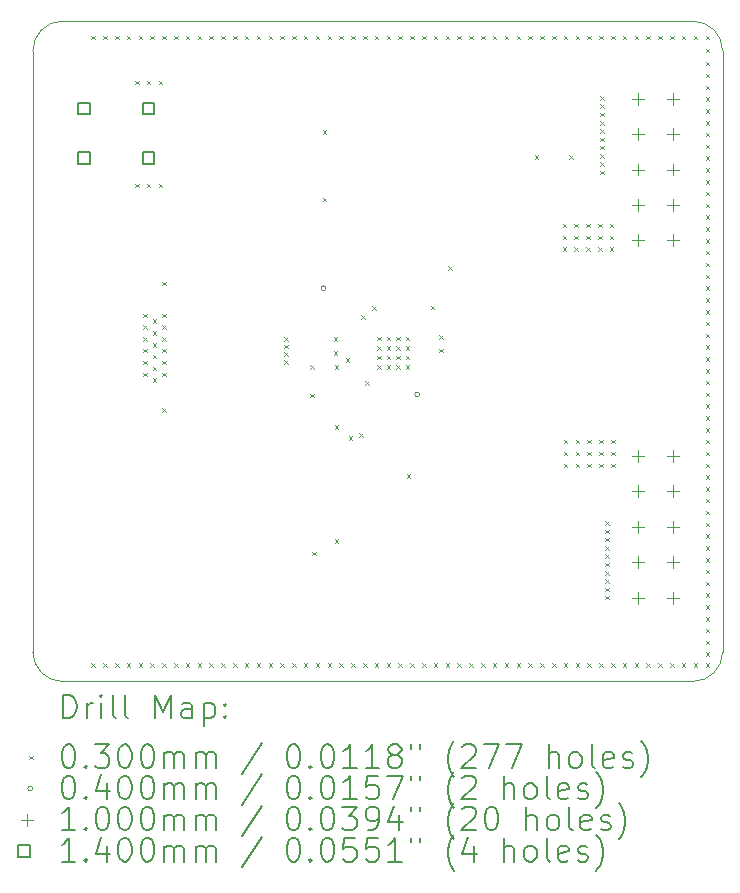
<source format=gbr>
%FSLAX45Y45*%
G04 Gerber Fmt 4.5, Leading zero omitted, Abs format (unit mm)*
G04 Created by KiCad (PCBNEW (6.0.0)) date 2022-01-13 15:03:01*
%MOMM*%
%LPD*%
G01*
G04 APERTURE LIST*
%TA.AperFunction,Profile*%
%ADD10C,0.050000*%
%TD*%
%ADD11C,0.200000*%
%ADD12C,0.030000*%
%ADD13C,0.040000*%
%ADD14C,0.100000*%
%ADD15C,0.140000*%
G04 APERTURE END LIST*
D10*
X11230000Y-11270000D02*
X11230000Y-6180000D01*
X11480000Y-5930000D02*
G75*
G03*
X11230000Y-6180000I0J-250000D01*
G01*
X17070000Y-6180000D02*
G75*
G03*
X16820000Y-5930000I-250000J0D01*
G01*
X16820000Y-11520000D02*
G75*
G03*
X17070000Y-11270000I0J250000D01*
G01*
X11230000Y-11270000D02*
G75*
G03*
X11480000Y-11520000I250000J0D01*
G01*
X11480000Y-5930000D02*
X16820000Y-5930000D01*
X16820000Y-11520000D02*
X11480000Y-11520000D01*
X17070000Y-6180000D02*
X17070000Y-11270000D01*
D11*
D12*
X11725000Y-6055000D02*
X11755000Y-6085000D01*
X11755000Y-6055000D02*
X11725000Y-6085000D01*
X11725000Y-11365000D02*
X11755000Y-11395000D01*
X11755000Y-11365000D02*
X11725000Y-11395000D01*
X11825000Y-6055000D02*
X11855000Y-6085000D01*
X11855000Y-6055000D02*
X11825000Y-6085000D01*
X11825000Y-11365000D02*
X11855000Y-11395000D01*
X11855000Y-11365000D02*
X11825000Y-11395000D01*
X11925000Y-6055000D02*
X11955000Y-6085000D01*
X11955000Y-6055000D02*
X11925000Y-6085000D01*
X11925000Y-11365000D02*
X11955000Y-11395000D01*
X11955000Y-11365000D02*
X11925000Y-11395000D01*
X12025000Y-6055000D02*
X12055000Y-6085000D01*
X12055000Y-6055000D02*
X12025000Y-6085000D01*
X12025000Y-11365000D02*
X12055000Y-11395000D01*
X12055000Y-11365000D02*
X12025000Y-11395000D01*
X12095000Y-6435000D02*
X12125000Y-6465000D01*
X12125000Y-6435000D02*
X12095000Y-6465000D01*
X12095000Y-7305000D02*
X12125000Y-7335000D01*
X12125000Y-7305000D02*
X12095000Y-7335000D01*
X12125000Y-6055000D02*
X12155000Y-6085000D01*
X12155000Y-6055000D02*
X12125000Y-6085000D01*
X12125000Y-11365000D02*
X12155000Y-11395000D01*
X12155000Y-11365000D02*
X12125000Y-11395000D01*
X12165000Y-8405000D02*
X12195000Y-8435000D01*
X12195000Y-8405000D02*
X12165000Y-8435000D01*
X12165000Y-8505000D02*
X12195000Y-8535000D01*
X12195000Y-8505000D02*
X12165000Y-8535000D01*
X12165000Y-8605000D02*
X12195000Y-8635000D01*
X12195000Y-8605000D02*
X12165000Y-8635000D01*
X12165000Y-8705000D02*
X12195000Y-8735000D01*
X12195000Y-8705000D02*
X12165000Y-8735000D01*
X12165000Y-8805000D02*
X12195000Y-8835000D01*
X12195000Y-8805000D02*
X12165000Y-8835000D01*
X12165000Y-8905000D02*
X12195000Y-8935000D01*
X12195000Y-8905000D02*
X12165000Y-8935000D01*
X12195000Y-6435000D02*
X12225000Y-6465000D01*
X12225000Y-6435000D02*
X12195000Y-6465000D01*
X12195000Y-7305000D02*
X12225000Y-7335000D01*
X12225000Y-7305000D02*
X12195000Y-7335000D01*
X12225000Y-6055000D02*
X12255000Y-6085000D01*
X12255000Y-6055000D02*
X12225000Y-6085000D01*
X12225000Y-11365000D02*
X12255000Y-11395000D01*
X12255000Y-11365000D02*
X12225000Y-11395000D01*
X12245000Y-8455000D02*
X12275000Y-8485000D01*
X12275000Y-8455000D02*
X12245000Y-8485000D01*
X12245000Y-8555000D02*
X12275000Y-8585000D01*
X12275000Y-8555000D02*
X12245000Y-8585000D01*
X12245000Y-8655000D02*
X12275000Y-8685000D01*
X12275000Y-8655000D02*
X12245000Y-8685000D01*
X12245000Y-8755000D02*
X12275000Y-8785000D01*
X12275000Y-8755000D02*
X12245000Y-8785000D01*
X12245000Y-8855000D02*
X12275000Y-8885000D01*
X12275000Y-8855000D02*
X12245000Y-8885000D01*
X12245000Y-8955000D02*
X12275000Y-8985000D01*
X12275000Y-8955000D02*
X12245000Y-8985000D01*
X12295000Y-6435000D02*
X12325000Y-6465000D01*
X12325000Y-6435000D02*
X12295000Y-6465000D01*
X12295000Y-7305000D02*
X12325000Y-7335000D01*
X12325000Y-7305000D02*
X12295000Y-7335000D01*
X12325000Y-6055000D02*
X12355000Y-6085000D01*
X12355000Y-6055000D02*
X12325000Y-6085000D01*
X12325000Y-8135000D02*
X12355000Y-8165000D01*
X12355000Y-8135000D02*
X12325000Y-8165000D01*
X12325000Y-8405000D02*
X12355000Y-8435000D01*
X12355000Y-8405000D02*
X12325000Y-8435000D01*
X12325000Y-8505000D02*
X12355000Y-8535000D01*
X12355000Y-8505000D02*
X12325000Y-8535000D01*
X12325000Y-8605000D02*
X12355000Y-8635000D01*
X12355000Y-8605000D02*
X12325000Y-8635000D01*
X12325000Y-8705000D02*
X12355000Y-8735000D01*
X12355000Y-8705000D02*
X12325000Y-8735000D01*
X12325000Y-8805000D02*
X12355000Y-8835000D01*
X12355000Y-8805000D02*
X12325000Y-8835000D01*
X12325000Y-8905000D02*
X12355000Y-8935000D01*
X12355000Y-8905000D02*
X12325000Y-8935000D01*
X12325000Y-9205000D02*
X12355000Y-9235000D01*
X12355000Y-9205000D02*
X12325000Y-9235000D01*
X12325000Y-11365000D02*
X12355000Y-11395000D01*
X12355000Y-11365000D02*
X12325000Y-11395000D01*
X12425000Y-6055000D02*
X12455000Y-6085000D01*
X12455000Y-6055000D02*
X12425000Y-6085000D01*
X12425000Y-11365000D02*
X12455000Y-11395000D01*
X12455000Y-11365000D02*
X12425000Y-11395000D01*
X12525000Y-6055000D02*
X12555000Y-6085000D01*
X12555000Y-6055000D02*
X12525000Y-6085000D01*
X12525000Y-11365000D02*
X12555000Y-11395000D01*
X12555000Y-11365000D02*
X12525000Y-11395000D01*
X12625000Y-6055000D02*
X12655000Y-6085000D01*
X12655000Y-6055000D02*
X12625000Y-6085000D01*
X12625000Y-11365000D02*
X12655000Y-11395000D01*
X12655000Y-11365000D02*
X12625000Y-11395000D01*
X12725000Y-6055000D02*
X12755000Y-6085000D01*
X12755000Y-6055000D02*
X12725000Y-6085000D01*
X12725000Y-11365000D02*
X12755000Y-11395000D01*
X12755000Y-11365000D02*
X12725000Y-11395000D01*
X12825000Y-6055000D02*
X12855000Y-6085000D01*
X12855000Y-6055000D02*
X12825000Y-6085000D01*
X12825000Y-11365000D02*
X12855000Y-11395000D01*
X12855000Y-11365000D02*
X12825000Y-11395000D01*
X12925000Y-6055000D02*
X12955000Y-6085000D01*
X12955000Y-6055000D02*
X12925000Y-6085000D01*
X12925000Y-11365000D02*
X12955000Y-11395000D01*
X12955000Y-11365000D02*
X12925000Y-11395000D01*
X13025000Y-6055000D02*
X13055000Y-6085000D01*
X13055000Y-6055000D02*
X13025000Y-6085000D01*
X13025000Y-11365000D02*
X13055000Y-11395000D01*
X13055000Y-11365000D02*
X13025000Y-11395000D01*
X13125000Y-6055000D02*
X13155000Y-6085000D01*
X13155000Y-6055000D02*
X13125000Y-6085000D01*
X13125000Y-11365000D02*
X13155000Y-11395000D01*
X13155000Y-11365000D02*
X13125000Y-11395000D01*
X13225000Y-6055000D02*
X13255000Y-6085000D01*
X13255000Y-6055000D02*
X13225000Y-6085000D01*
X13225000Y-11365000D02*
X13255000Y-11395000D01*
X13255000Y-11365000D02*
X13225000Y-11395000D01*
X13325000Y-6055000D02*
X13355000Y-6085000D01*
X13355000Y-6055000D02*
X13325000Y-6085000D01*
X13325000Y-11365000D02*
X13355000Y-11395000D01*
X13355000Y-11365000D02*
X13325000Y-11395000D01*
X13360000Y-8605000D02*
X13390000Y-8635000D01*
X13390000Y-8605000D02*
X13360000Y-8635000D01*
X13360000Y-8670000D02*
X13390000Y-8700000D01*
X13390000Y-8670000D02*
X13360000Y-8700000D01*
X13360000Y-8735000D02*
X13390000Y-8765000D01*
X13390000Y-8735000D02*
X13360000Y-8765000D01*
X13360000Y-8800000D02*
X13390000Y-8830000D01*
X13390000Y-8800000D02*
X13360000Y-8830000D01*
X13425000Y-6055000D02*
X13455000Y-6085000D01*
X13455000Y-6055000D02*
X13425000Y-6085000D01*
X13425000Y-11365000D02*
X13455000Y-11395000D01*
X13455000Y-11365000D02*
X13425000Y-11395000D01*
X13525000Y-6055000D02*
X13555000Y-6085000D01*
X13555000Y-6055000D02*
X13525000Y-6085000D01*
X13525000Y-11365000D02*
X13555000Y-11395000D01*
X13555000Y-11365000D02*
X13525000Y-11395000D01*
X13576002Y-9086001D02*
X13606002Y-9116001D01*
X13606002Y-9086001D02*
X13576002Y-9116001D01*
X13580000Y-8845000D02*
X13610000Y-8875000D01*
X13610000Y-8845000D02*
X13580000Y-8875000D01*
X13595000Y-10420000D02*
X13625000Y-10450000D01*
X13625000Y-10420000D02*
X13595000Y-10450000D01*
X13625000Y-6055000D02*
X13655000Y-6085000D01*
X13655000Y-6055000D02*
X13625000Y-6085000D01*
X13625000Y-11365000D02*
X13655000Y-11395000D01*
X13655000Y-11365000D02*
X13625000Y-11395000D01*
X13685000Y-6855000D02*
X13715000Y-6885000D01*
X13715000Y-6855000D02*
X13685000Y-6885000D01*
X13685000Y-7425000D02*
X13715000Y-7455000D01*
X13715000Y-7425000D02*
X13685000Y-7455000D01*
X13725000Y-6055000D02*
X13755000Y-6085000D01*
X13755000Y-6055000D02*
X13725000Y-6085000D01*
X13725000Y-11365000D02*
X13755000Y-11395000D01*
X13755000Y-11365000D02*
X13725000Y-11395000D01*
X13779000Y-8605000D02*
X13809000Y-8635000D01*
X13809000Y-8605000D02*
X13779000Y-8635000D01*
X13779000Y-8726000D02*
X13809000Y-8756000D01*
X13809000Y-8726000D02*
X13779000Y-8756000D01*
X13785000Y-8845000D02*
X13815000Y-8875000D01*
X13815000Y-8845000D02*
X13785000Y-8875000D01*
X13785000Y-9350000D02*
X13815000Y-9380000D01*
X13815000Y-9350000D02*
X13785000Y-9380000D01*
X13785000Y-10315000D02*
X13815000Y-10345000D01*
X13815000Y-10315000D02*
X13785000Y-10345000D01*
X13825000Y-6055000D02*
X13855000Y-6085000D01*
X13855000Y-6055000D02*
X13825000Y-6085000D01*
X13825000Y-11365000D02*
X13855000Y-11395000D01*
X13855000Y-11365000D02*
X13825000Y-11395000D01*
X13880000Y-8785000D02*
X13910000Y-8815000D01*
X13910000Y-8785000D02*
X13880000Y-8815000D01*
X13905000Y-9445000D02*
X13935000Y-9475000D01*
X13935000Y-9445000D02*
X13905000Y-9475000D01*
X13925000Y-6055000D02*
X13955000Y-6085000D01*
X13955000Y-6055000D02*
X13925000Y-6085000D01*
X13925000Y-11365000D02*
X13955000Y-11395000D01*
X13955000Y-11365000D02*
X13925000Y-11395000D01*
X13995000Y-9420000D02*
X14025000Y-9450000D01*
X14025000Y-9420000D02*
X13995000Y-9450000D01*
X14010000Y-8420000D02*
X14040000Y-8450000D01*
X14040000Y-8420000D02*
X14010000Y-8450000D01*
X14025000Y-6055000D02*
X14055000Y-6085000D01*
X14055000Y-6055000D02*
X14025000Y-6085000D01*
X14025000Y-11365000D02*
X14055000Y-11395000D01*
X14055000Y-11365000D02*
X14025000Y-11395000D01*
X14045000Y-8978000D02*
X14075000Y-9008000D01*
X14075000Y-8978000D02*
X14045000Y-9008000D01*
X14105000Y-8345000D02*
X14135000Y-8375000D01*
X14135000Y-8345000D02*
X14105000Y-8375000D01*
X14125000Y-6055000D02*
X14155000Y-6085000D01*
X14155000Y-6055000D02*
X14125000Y-6085000D01*
X14125000Y-11365000D02*
X14155000Y-11395000D01*
X14155000Y-11365000D02*
X14125000Y-11395000D01*
X14145000Y-8601000D02*
X14175000Y-8631000D01*
X14175000Y-8601000D02*
X14145000Y-8631000D01*
X14145000Y-8681000D02*
X14175000Y-8711000D01*
X14175000Y-8681000D02*
X14145000Y-8711000D01*
X14145000Y-8761000D02*
X14175000Y-8791000D01*
X14175000Y-8761000D02*
X14145000Y-8791000D01*
X14145000Y-8841000D02*
X14175000Y-8871000D01*
X14175000Y-8841000D02*
X14145000Y-8871000D01*
X14225000Y-6055000D02*
X14255000Y-6085000D01*
X14255000Y-6055000D02*
X14225000Y-6085000D01*
X14225000Y-8601000D02*
X14255000Y-8631000D01*
X14255000Y-8601000D02*
X14225000Y-8631000D01*
X14225000Y-8681000D02*
X14255000Y-8711000D01*
X14255000Y-8681000D02*
X14225000Y-8711000D01*
X14225000Y-8761000D02*
X14255000Y-8791000D01*
X14255000Y-8761000D02*
X14225000Y-8791000D01*
X14225000Y-8841000D02*
X14255000Y-8871000D01*
X14255000Y-8841000D02*
X14225000Y-8871000D01*
X14225000Y-11365000D02*
X14255000Y-11395000D01*
X14255000Y-11365000D02*
X14225000Y-11395000D01*
X14305000Y-8601000D02*
X14335000Y-8631000D01*
X14335000Y-8601000D02*
X14305000Y-8631000D01*
X14305000Y-8681000D02*
X14335000Y-8711000D01*
X14335000Y-8681000D02*
X14305000Y-8711000D01*
X14305000Y-8761000D02*
X14335000Y-8791000D01*
X14335000Y-8761000D02*
X14305000Y-8791000D01*
X14305000Y-8841000D02*
X14335000Y-8871000D01*
X14335000Y-8841000D02*
X14305000Y-8871000D01*
X14325000Y-6055000D02*
X14355000Y-6085000D01*
X14355000Y-6055000D02*
X14325000Y-6085000D01*
X14325000Y-11365000D02*
X14355000Y-11395000D01*
X14355000Y-11365000D02*
X14325000Y-11395000D01*
X14385000Y-8601000D02*
X14415000Y-8631000D01*
X14415000Y-8601000D02*
X14385000Y-8631000D01*
X14385000Y-8681000D02*
X14415000Y-8711000D01*
X14415000Y-8681000D02*
X14385000Y-8711000D01*
X14385000Y-8761000D02*
X14415000Y-8791000D01*
X14415000Y-8761000D02*
X14385000Y-8791000D01*
X14385000Y-8841000D02*
X14415000Y-8871000D01*
X14415000Y-8841000D02*
X14385000Y-8871000D01*
X14395000Y-9765000D02*
X14425000Y-9795000D01*
X14425000Y-9765000D02*
X14395000Y-9795000D01*
X14425000Y-6055000D02*
X14455000Y-6085000D01*
X14455000Y-6055000D02*
X14425000Y-6085000D01*
X14425000Y-11365000D02*
X14455000Y-11395000D01*
X14455000Y-11365000D02*
X14425000Y-11395000D01*
X14525000Y-6055000D02*
X14555000Y-6085000D01*
X14555000Y-6055000D02*
X14525000Y-6085000D01*
X14525000Y-11365000D02*
X14555000Y-11395000D01*
X14555000Y-11365000D02*
X14525000Y-11395000D01*
X14600000Y-8340000D02*
X14630000Y-8370000D01*
X14630000Y-8340000D02*
X14600000Y-8370000D01*
X14625000Y-6055000D02*
X14655000Y-6085000D01*
X14655000Y-6055000D02*
X14625000Y-6085000D01*
X14625000Y-11365000D02*
X14655000Y-11395000D01*
X14655000Y-11365000D02*
X14625000Y-11395000D01*
X14669998Y-8704999D02*
X14699998Y-8734999D01*
X14699998Y-8704999D02*
X14669998Y-8734999D01*
X14670000Y-8590000D02*
X14700000Y-8620000D01*
X14700000Y-8590000D02*
X14670000Y-8620000D01*
X14725000Y-6055000D02*
X14755000Y-6085000D01*
X14755000Y-6055000D02*
X14725000Y-6085000D01*
X14725000Y-11365000D02*
X14755000Y-11395000D01*
X14755000Y-11365000D02*
X14725000Y-11395000D01*
X14745000Y-8005000D02*
X14775000Y-8035000D01*
X14775000Y-8005000D02*
X14745000Y-8035000D01*
X14825000Y-6055000D02*
X14855000Y-6085000D01*
X14855000Y-6055000D02*
X14825000Y-6085000D01*
X14825000Y-11365000D02*
X14855000Y-11395000D01*
X14855000Y-11365000D02*
X14825000Y-11395000D01*
X14925000Y-6055000D02*
X14955000Y-6085000D01*
X14955000Y-6055000D02*
X14925000Y-6085000D01*
X14925000Y-11365000D02*
X14955000Y-11395000D01*
X14955000Y-11365000D02*
X14925000Y-11395000D01*
X15025000Y-6055000D02*
X15055000Y-6085000D01*
X15055000Y-6055000D02*
X15025000Y-6085000D01*
X15025000Y-11365000D02*
X15055000Y-11395000D01*
X15055000Y-11365000D02*
X15025000Y-11395000D01*
X15125000Y-6055000D02*
X15155000Y-6085000D01*
X15155000Y-6055000D02*
X15125000Y-6085000D01*
X15125000Y-11365000D02*
X15155000Y-11395000D01*
X15155000Y-11365000D02*
X15125000Y-11395000D01*
X15225000Y-6055000D02*
X15255000Y-6085000D01*
X15255000Y-6055000D02*
X15225000Y-6085000D01*
X15225000Y-11365000D02*
X15255000Y-11395000D01*
X15255000Y-11365000D02*
X15225000Y-11395000D01*
X15325000Y-6055000D02*
X15355000Y-6085000D01*
X15355000Y-6055000D02*
X15325000Y-6085000D01*
X15325000Y-11365000D02*
X15355000Y-11395000D01*
X15355000Y-11365000D02*
X15325000Y-11395000D01*
X15425000Y-6055000D02*
X15455000Y-6085000D01*
X15455000Y-6055000D02*
X15425000Y-6085000D01*
X15425000Y-11365000D02*
X15455000Y-11395000D01*
X15455000Y-11365000D02*
X15425000Y-11395000D01*
X15480000Y-7065000D02*
X15510000Y-7095000D01*
X15510000Y-7065000D02*
X15480000Y-7095000D01*
X15525000Y-6055000D02*
X15555000Y-6085000D01*
X15555000Y-6055000D02*
X15525000Y-6085000D01*
X15525000Y-11365000D02*
X15555000Y-11395000D01*
X15555000Y-11365000D02*
X15525000Y-11395000D01*
X15625000Y-6055000D02*
X15655000Y-6085000D01*
X15655000Y-6055000D02*
X15625000Y-6085000D01*
X15625000Y-11365000D02*
X15655000Y-11395000D01*
X15655000Y-11365000D02*
X15625000Y-11395000D01*
X15715000Y-7645000D02*
X15745000Y-7675000D01*
X15745000Y-7645000D02*
X15715000Y-7675000D01*
X15715000Y-7745000D02*
X15745000Y-7775000D01*
X15745000Y-7745000D02*
X15715000Y-7775000D01*
X15715000Y-7845000D02*
X15745000Y-7875000D01*
X15745000Y-7845000D02*
X15715000Y-7875000D01*
X15725000Y-6055000D02*
X15755000Y-6085000D01*
X15755000Y-6055000D02*
X15725000Y-6085000D01*
X15725000Y-9475000D02*
X15755000Y-9505000D01*
X15755000Y-9475000D02*
X15725000Y-9505000D01*
X15725000Y-9575000D02*
X15755000Y-9605000D01*
X15755000Y-9575000D02*
X15725000Y-9605000D01*
X15725000Y-9675000D02*
X15755000Y-9705000D01*
X15755000Y-9675000D02*
X15725000Y-9705000D01*
X15725000Y-11365000D02*
X15755000Y-11395000D01*
X15755000Y-11365000D02*
X15725000Y-11395000D01*
X15770000Y-7065000D02*
X15800000Y-7095000D01*
X15800000Y-7065000D02*
X15770000Y-7095000D01*
X15815000Y-7645000D02*
X15845000Y-7675000D01*
X15845000Y-7645000D02*
X15815000Y-7675000D01*
X15815000Y-7745000D02*
X15845000Y-7775000D01*
X15845000Y-7745000D02*
X15815000Y-7775000D01*
X15815000Y-7845000D02*
X15845000Y-7875000D01*
X15845000Y-7845000D02*
X15815000Y-7875000D01*
X15825000Y-6055000D02*
X15855000Y-6085000D01*
X15855000Y-6055000D02*
X15825000Y-6085000D01*
X15825000Y-9475000D02*
X15855000Y-9505000D01*
X15855000Y-9475000D02*
X15825000Y-9505000D01*
X15825000Y-9575000D02*
X15855000Y-9605000D01*
X15855000Y-9575000D02*
X15825000Y-9605000D01*
X15825000Y-9675000D02*
X15855000Y-9705000D01*
X15855000Y-9675000D02*
X15825000Y-9705000D01*
X15825000Y-11365000D02*
X15855000Y-11395000D01*
X15855000Y-11365000D02*
X15825000Y-11395000D01*
X15915000Y-7645000D02*
X15945000Y-7675000D01*
X15945000Y-7645000D02*
X15915000Y-7675000D01*
X15915000Y-7745000D02*
X15945000Y-7775000D01*
X15945000Y-7745000D02*
X15915000Y-7775000D01*
X15915000Y-7845000D02*
X15945000Y-7875000D01*
X15945000Y-7845000D02*
X15915000Y-7875000D01*
X15925000Y-6055000D02*
X15955000Y-6085000D01*
X15955000Y-6055000D02*
X15925000Y-6085000D01*
X15925000Y-9475000D02*
X15955000Y-9505000D01*
X15955000Y-9475000D02*
X15925000Y-9505000D01*
X15925000Y-9575000D02*
X15955000Y-9605000D01*
X15955000Y-9575000D02*
X15925000Y-9605000D01*
X15925000Y-9675000D02*
X15955000Y-9705000D01*
X15955000Y-9675000D02*
X15925000Y-9705000D01*
X15925000Y-11365000D02*
X15955000Y-11395000D01*
X15955000Y-11365000D02*
X15925000Y-11395000D01*
X16015000Y-7645000D02*
X16045000Y-7675000D01*
X16045000Y-7645000D02*
X16015000Y-7675000D01*
X16015000Y-7745000D02*
X16045000Y-7775000D01*
X16045000Y-7745000D02*
X16015000Y-7775000D01*
X16015000Y-7845000D02*
X16045000Y-7875000D01*
X16045000Y-7845000D02*
X16015000Y-7875000D01*
X16025000Y-6055000D02*
X16055000Y-6085000D01*
X16055000Y-6055000D02*
X16025000Y-6085000D01*
X16025000Y-9475000D02*
X16055000Y-9505000D01*
X16055000Y-9475000D02*
X16025000Y-9505000D01*
X16025000Y-9575000D02*
X16055000Y-9605000D01*
X16055000Y-9575000D02*
X16025000Y-9605000D01*
X16025000Y-9675000D02*
X16055000Y-9705000D01*
X16055000Y-9675000D02*
X16025000Y-9705000D01*
X16025000Y-11365000D02*
X16055000Y-11395000D01*
X16055000Y-11365000D02*
X16025000Y-11395000D01*
X16035000Y-6565000D02*
X16065000Y-6595000D01*
X16065000Y-6565000D02*
X16035000Y-6595000D01*
X16035000Y-6635000D02*
X16065000Y-6665000D01*
X16065000Y-6635000D02*
X16035000Y-6665000D01*
X16035000Y-6705000D02*
X16065000Y-6735000D01*
X16065000Y-6705000D02*
X16035000Y-6735000D01*
X16035000Y-6775000D02*
X16065000Y-6805000D01*
X16065000Y-6775000D02*
X16035000Y-6805000D01*
X16035000Y-6845000D02*
X16065000Y-6875000D01*
X16065000Y-6845000D02*
X16035000Y-6875000D01*
X16035000Y-6915000D02*
X16065000Y-6945000D01*
X16065000Y-6915000D02*
X16035000Y-6945000D01*
X16035000Y-6985000D02*
X16065000Y-7015000D01*
X16065000Y-6985000D02*
X16035000Y-7015000D01*
X16035000Y-7055000D02*
X16065000Y-7085000D01*
X16065000Y-7055000D02*
X16035000Y-7085000D01*
X16035000Y-7125000D02*
X16065000Y-7155000D01*
X16065000Y-7125000D02*
X16035000Y-7155000D01*
X16035000Y-7195000D02*
X16065000Y-7225000D01*
X16065000Y-7195000D02*
X16035000Y-7225000D01*
X16075000Y-10165000D02*
X16105000Y-10195000D01*
X16105000Y-10165000D02*
X16075000Y-10195000D01*
X16075000Y-10235000D02*
X16105000Y-10265000D01*
X16105000Y-10235000D02*
X16075000Y-10265000D01*
X16075000Y-10305000D02*
X16105000Y-10335000D01*
X16105000Y-10305000D02*
X16075000Y-10335000D01*
X16075000Y-10375000D02*
X16105000Y-10405000D01*
X16105000Y-10375000D02*
X16075000Y-10405000D01*
X16075000Y-10445000D02*
X16105000Y-10475000D01*
X16105000Y-10445000D02*
X16075000Y-10475000D01*
X16075000Y-10515000D02*
X16105000Y-10545000D01*
X16105000Y-10515000D02*
X16075000Y-10545000D01*
X16075000Y-10585000D02*
X16105000Y-10615000D01*
X16105000Y-10585000D02*
X16075000Y-10615000D01*
X16075000Y-10655000D02*
X16105000Y-10685000D01*
X16105000Y-10655000D02*
X16075000Y-10685000D01*
X16075000Y-10725000D02*
X16105000Y-10755000D01*
X16105000Y-10725000D02*
X16075000Y-10755000D01*
X16075000Y-10795000D02*
X16105000Y-10825000D01*
X16105000Y-10795000D02*
X16075000Y-10825000D01*
X16115000Y-7645000D02*
X16145000Y-7675000D01*
X16145000Y-7645000D02*
X16115000Y-7675000D01*
X16115000Y-7745000D02*
X16145000Y-7775000D01*
X16145000Y-7745000D02*
X16115000Y-7775000D01*
X16115000Y-7845000D02*
X16145000Y-7875000D01*
X16145000Y-7845000D02*
X16115000Y-7875000D01*
X16125000Y-6055000D02*
X16155000Y-6085000D01*
X16155000Y-6055000D02*
X16125000Y-6085000D01*
X16125000Y-9475000D02*
X16155000Y-9505000D01*
X16155000Y-9475000D02*
X16125000Y-9505000D01*
X16125000Y-9575000D02*
X16155000Y-9605000D01*
X16155000Y-9575000D02*
X16125000Y-9605000D01*
X16125000Y-9675000D02*
X16155000Y-9705000D01*
X16155000Y-9675000D02*
X16125000Y-9705000D01*
X16125000Y-11365000D02*
X16155000Y-11395000D01*
X16155000Y-11365000D02*
X16125000Y-11395000D01*
X16225000Y-6055000D02*
X16255000Y-6085000D01*
X16255000Y-6055000D02*
X16225000Y-6085000D01*
X16225000Y-11365000D02*
X16255000Y-11395000D01*
X16255000Y-11365000D02*
X16225000Y-11395000D01*
X16325000Y-6055000D02*
X16355000Y-6085000D01*
X16355000Y-6055000D02*
X16325000Y-6085000D01*
X16325000Y-11365000D02*
X16355000Y-11395000D01*
X16355000Y-11365000D02*
X16325000Y-11395000D01*
X16425000Y-6055000D02*
X16455000Y-6085000D01*
X16455000Y-6055000D02*
X16425000Y-6085000D01*
X16425000Y-11365000D02*
X16455000Y-11395000D01*
X16455000Y-11365000D02*
X16425000Y-11395000D01*
X16525000Y-6055000D02*
X16555000Y-6085000D01*
X16555000Y-6055000D02*
X16525000Y-6085000D01*
X16525000Y-11365000D02*
X16555000Y-11395000D01*
X16555000Y-11365000D02*
X16525000Y-11395000D01*
X16625000Y-6055000D02*
X16655000Y-6085000D01*
X16655000Y-6055000D02*
X16625000Y-6085000D01*
X16625000Y-11365000D02*
X16655000Y-11395000D01*
X16655000Y-11365000D02*
X16625000Y-11395000D01*
X16725000Y-6055000D02*
X16755000Y-6085000D01*
X16755000Y-6055000D02*
X16725000Y-6085000D01*
X16725000Y-11365000D02*
X16755000Y-11395000D01*
X16755000Y-11365000D02*
X16725000Y-11395000D01*
X16825000Y-6055000D02*
X16855000Y-6085000D01*
X16855000Y-6055000D02*
X16825000Y-6085000D01*
X16825000Y-11365000D02*
X16855000Y-11395000D01*
X16855000Y-11365000D02*
X16825000Y-11395000D01*
X16925000Y-6055000D02*
X16955000Y-6085000D01*
X16955000Y-6055000D02*
X16925000Y-6085000D01*
X16925000Y-6165000D02*
X16955000Y-6195000D01*
X16955000Y-6165000D02*
X16925000Y-6195000D01*
X16925000Y-6375000D02*
X16955000Y-6405000D01*
X16955000Y-6375000D02*
X16925000Y-6405000D01*
X16925000Y-6475000D02*
X16955000Y-6505000D01*
X16955000Y-6475000D02*
X16925000Y-6505000D01*
X16925000Y-6575000D02*
X16955000Y-6605000D01*
X16955000Y-6575000D02*
X16925000Y-6605000D01*
X16925000Y-6775000D02*
X16955000Y-6805000D01*
X16955000Y-6775000D02*
X16925000Y-6805000D01*
X16925000Y-6875000D02*
X16955000Y-6905000D01*
X16955000Y-6875000D02*
X16925000Y-6905000D01*
X16925000Y-6975000D02*
X16955000Y-7005000D01*
X16955000Y-6975000D02*
X16925000Y-7005000D01*
X16925000Y-7275000D02*
X16955000Y-7305000D01*
X16955000Y-7275000D02*
X16925000Y-7305000D01*
X16925000Y-7375000D02*
X16955000Y-7405000D01*
X16955000Y-7375000D02*
X16925000Y-7405000D01*
X16925000Y-7475000D02*
X16955000Y-7505000D01*
X16955000Y-7475000D02*
X16925000Y-7505000D01*
X16925000Y-7675000D02*
X16955000Y-7705000D01*
X16955000Y-7675000D02*
X16925000Y-7705000D01*
X16925000Y-7775000D02*
X16955000Y-7805000D01*
X16955000Y-7775000D02*
X16925000Y-7805000D01*
X16925000Y-7875000D02*
X16955000Y-7905000D01*
X16955000Y-7875000D02*
X16925000Y-7905000D01*
X16925000Y-7975000D02*
X16955000Y-8005000D01*
X16955000Y-7975000D02*
X16925000Y-8005000D01*
X16925000Y-8175000D02*
X16955000Y-8205000D01*
X16955000Y-8175000D02*
X16925000Y-8205000D01*
X16925000Y-8275000D02*
X16955000Y-8305000D01*
X16955000Y-8275000D02*
X16925000Y-8305000D01*
X16925000Y-8375000D02*
X16955000Y-8405000D01*
X16955000Y-8375000D02*
X16925000Y-8405000D01*
X16925000Y-8575000D02*
X16955000Y-8605000D01*
X16955000Y-8575000D02*
X16925000Y-8605000D01*
X16925000Y-8675000D02*
X16955000Y-8705000D01*
X16955000Y-8675000D02*
X16925000Y-8705000D01*
X16925000Y-8775000D02*
X16955000Y-8805000D01*
X16955000Y-8775000D02*
X16925000Y-8805000D01*
X16925000Y-8875000D02*
X16955000Y-8905000D01*
X16955000Y-8875000D02*
X16925000Y-8905000D01*
X16925000Y-9075000D02*
X16955000Y-9105000D01*
X16955000Y-9075000D02*
X16925000Y-9105000D01*
X16925000Y-9175000D02*
X16955000Y-9205000D01*
X16955000Y-9175000D02*
X16925000Y-9205000D01*
X16925000Y-9275000D02*
X16955000Y-9305000D01*
X16955000Y-9275000D02*
X16925000Y-9305000D01*
X16925000Y-9575000D02*
X16955000Y-9605000D01*
X16955000Y-9575000D02*
X16925000Y-9605000D01*
X16925000Y-9675000D02*
X16955000Y-9705000D01*
X16955000Y-9675000D02*
X16925000Y-9705000D01*
X16925000Y-9775000D02*
X16955000Y-9805000D01*
X16955000Y-9775000D02*
X16925000Y-9805000D01*
X16925000Y-9975000D02*
X16955000Y-10005000D01*
X16955000Y-9975000D02*
X16925000Y-10005000D01*
X16925000Y-10075000D02*
X16955000Y-10105000D01*
X16955000Y-10075000D02*
X16925000Y-10105000D01*
X16925000Y-10175000D02*
X16955000Y-10205000D01*
X16955000Y-10175000D02*
X16925000Y-10205000D01*
X16925000Y-10475000D02*
X16955000Y-10505000D01*
X16955000Y-10475000D02*
X16925000Y-10505000D01*
X16925000Y-10575000D02*
X16955000Y-10605000D01*
X16955000Y-10575000D02*
X16925000Y-10605000D01*
X16925000Y-10675000D02*
X16955000Y-10705000D01*
X16955000Y-10675000D02*
X16925000Y-10705000D01*
X16925000Y-10875000D02*
X16955000Y-10905000D01*
X16955000Y-10875000D02*
X16925000Y-10905000D01*
X16925000Y-10975000D02*
X16955000Y-11005000D01*
X16955000Y-10975000D02*
X16925000Y-11005000D01*
X16925000Y-11075000D02*
X16955000Y-11105000D01*
X16955000Y-11075000D02*
X16925000Y-11105000D01*
X16925000Y-11175000D02*
X16955000Y-11205000D01*
X16955000Y-11175000D02*
X16925000Y-11205000D01*
X16925000Y-11365000D02*
X16955000Y-11395000D01*
X16955000Y-11365000D02*
X16925000Y-11395000D01*
X16925000Y-6275000D02*
X16955000Y-6305000D01*
X16955000Y-6275000D02*
X16925000Y-6305000D01*
X16925000Y-6675000D02*
X16955000Y-6705000D01*
X16955000Y-6675000D02*
X16925000Y-6705000D01*
X16925000Y-7075000D02*
X16955000Y-7105000D01*
X16955000Y-7075000D02*
X16925000Y-7105000D01*
X16925000Y-7175000D02*
X16955000Y-7205000D01*
X16955000Y-7175000D02*
X16925000Y-7205000D01*
X16925000Y-7575000D02*
X16955000Y-7605000D01*
X16955000Y-7575000D02*
X16925000Y-7605000D01*
X16925000Y-8075000D02*
X16955000Y-8105000D01*
X16955000Y-8075000D02*
X16925000Y-8105000D01*
X16925000Y-8475000D02*
X16955000Y-8505000D01*
X16955000Y-8475000D02*
X16925000Y-8505000D01*
X16925000Y-8975000D02*
X16955000Y-9005000D01*
X16955000Y-8975000D02*
X16925000Y-9005000D01*
X16925000Y-9375000D02*
X16955000Y-9405000D01*
X16955000Y-9375000D02*
X16925000Y-9405000D01*
X16925000Y-9475000D02*
X16955000Y-9505000D01*
X16955000Y-9475000D02*
X16925000Y-9505000D01*
X16925000Y-9875000D02*
X16955000Y-9905000D01*
X16955000Y-9875000D02*
X16925000Y-9905000D01*
X16925000Y-10275000D02*
X16955000Y-10305000D01*
X16955000Y-10275000D02*
X16925000Y-10305000D01*
X16925000Y-10375000D02*
X16955000Y-10405000D01*
X16955000Y-10375000D02*
X16925000Y-10405000D01*
X16925000Y-10775000D02*
X16955000Y-10805000D01*
X16955000Y-10775000D02*
X16925000Y-10805000D01*
X16925000Y-11275000D02*
X16955000Y-11305000D01*
X16955000Y-11275000D02*
X16925000Y-11305000D01*
D13*
X13710000Y-8190000D02*
G75*
G03*
X13710000Y-8190000I-20000J0D01*
G01*
X14505000Y-9090000D02*
G75*
G03*
X14505000Y-9090000I-20000J0D01*
G01*
D14*
X16350000Y-6536000D02*
X16350000Y-6636000D01*
X16300000Y-6586000D02*
X16400000Y-6586000D01*
X16350000Y-6836000D02*
X16350000Y-6936000D01*
X16300000Y-6886000D02*
X16400000Y-6886000D01*
X16350000Y-7136000D02*
X16350000Y-7236000D01*
X16300000Y-7186000D02*
X16400000Y-7186000D01*
X16350000Y-7436000D02*
X16350000Y-7536000D01*
X16300000Y-7486000D02*
X16400000Y-7486000D01*
X16350000Y-7736000D02*
X16350000Y-7836000D01*
X16300000Y-7786000D02*
X16400000Y-7786000D01*
X16350000Y-9561000D02*
X16350000Y-9661000D01*
X16300000Y-9611000D02*
X16400000Y-9611000D01*
X16350000Y-9861000D02*
X16350000Y-9961000D01*
X16300000Y-9911000D02*
X16400000Y-9911000D01*
X16350000Y-10161000D02*
X16350000Y-10261000D01*
X16300000Y-10211000D02*
X16400000Y-10211000D01*
X16350000Y-10461000D02*
X16350000Y-10561000D01*
X16300000Y-10511000D02*
X16400000Y-10511000D01*
X16350000Y-10761000D02*
X16350000Y-10861000D01*
X16300000Y-10811000D02*
X16400000Y-10811000D01*
X16650000Y-6536000D02*
X16650000Y-6636000D01*
X16600000Y-6586000D02*
X16700000Y-6586000D01*
X16650000Y-6836000D02*
X16650000Y-6936000D01*
X16600000Y-6886000D02*
X16700000Y-6886000D01*
X16650000Y-7136000D02*
X16650000Y-7236000D01*
X16600000Y-7186000D02*
X16700000Y-7186000D01*
X16650000Y-7436000D02*
X16650000Y-7536000D01*
X16600000Y-7486000D02*
X16700000Y-7486000D01*
X16650000Y-7736000D02*
X16650000Y-7836000D01*
X16600000Y-7786000D02*
X16700000Y-7786000D01*
X16650000Y-9561000D02*
X16650000Y-9661000D01*
X16600000Y-9611000D02*
X16700000Y-9611000D01*
X16650000Y-9861000D02*
X16650000Y-9961000D01*
X16600000Y-9911000D02*
X16700000Y-9911000D01*
X16650000Y-10161000D02*
X16650000Y-10261000D01*
X16600000Y-10211000D02*
X16700000Y-10211000D01*
X16650000Y-10461000D02*
X16650000Y-10561000D01*
X16600000Y-10511000D02*
X16700000Y-10511000D01*
X16650000Y-10761000D02*
X16650000Y-10861000D01*
X16600000Y-10811000D02*
X16700000Y-10811000D01*
D15*
X11709498Y-6719498D02*
X11709498Y-6620502D01*
X11610502Y-6620502D01*
X11610502Y-6719498D01*
X11709498Y-6719498D01*
X11709498Y-7139498D02*
X11709498Y-7040502D01*
X11610502Y-7040502D01*
X11610502Y-7139498D01*
X11709498Y-7139498D01*
X12259498Y-6719498D02*
X12259498Y-6620502D01*
X12160502Y-6620502D01*
X12160502Y-6719498D01*
X12259498Y-6719498D01*
X12259498Y-7139498D02*
X12259498Y-7040502D01*
X12160502Y-7040502D01*
X12160502Y-7139498D01*
X12259498Y-7139498D01*
D11*
X11485119Y-11832976D02*
X11485119Y-11632976D01*
X11532738Y-11632976D01*
X11561309Y-11642500D01*
X11580357Y-11661548D01*
X11589881Y-11680595D01*
X11599405Y-11718690D01*
X11599405Y-11747262D01*
X11589881Y-11785357D01*
X11580357Y-11804405D01*
X11561309Y-11823452D01*
X11532738Y-11832976D01*
X11485119Y-11832976D01*
X11685119Y-11832976D02*
X11685119Y-11699643D01*
X11685119Y-11737738D02*
X11694643Y-11718690D01*
X11704167Y-11709167D01*
X11723214Y-11699643D01*
X11742262Y-11699643D01*
X11808928Y-11832976D02*
X11808928Y-11699643D01*
X11808928Y-11632976D02*
X11799405Y-11642500D01*
X11808928Y-11652024D01*
X11818452Y-11642500D01*
X11808928Y-11632976D01*
X11808928Y-11652024D01*
X11932738Y-11832976D02*
X11913690Y-11823452D01*
X11904167Y-11804405D01*
X11904167Y-11632976D01*
X12037500Y-11832976D02*
X12018452Y-11823452D01*
X12008928Y-11804405D01*
X12008928Y-11632976D01*
X12266071Y-11832976D02*
X12266071Y-11632976D01*
X12332738Y-11775833D01*
X12399405Y-11632976D01*
X12399405Y-11832976D01*
X12580357Y-11832976D02*
X12580357Y-11728214D01*
X12570833Y-11709167D01*
X12551786Y-11699643D01*
X12513690Y-11699643D01*
X12494643Y-11709167D01*
X12580357Y-11823452D02*
X12561309Y-11832976D01*
X12513690Y-11832976D01*
X12494643Y-11823452D01*
X12485119Y-11804405D01*
X12485119Y-11785357D01*
X12494643Y-11766309D01*
X12513690Y-11756786D01*
X12561309Y-11756786D01*
X12580357Y-11747262D01*
X12675595Y-11699643D02*
X12675595Y-11899643D01*
X12675595Y-11709167D02*
X12694643Y-11699643D01*
X12732738Y-11699643D01*
X12751786Y-11709167D01*
X12761309Y-11718690D01*
X12770833Y-11737738D01*
X12770833Y-11794881D01*
X12761309Y-11813928D01*
X12751786Y-11823452D01*
X12732738Y-11832976D01*
X12694643Y-11832976D01*
X12675595Y-11823452D01*
X12856548Y-11813928D02*
X12866071Y-11823452D01*
X12856548Y-11832976D01*
X12847024Y-11823452D01*
X12856548Y-11813928D01*
X12856548Y-11832976D01*
X12856548Y-11709167D02*
X12866071Y-11718690D01*
X12856548Y-11728214D01*
X12847024Y-11718690D01*
X12856548Y-11709167D01*
X12856548Y-11728214D01*
D12*
X11197500Y-12147500D02*
X11227500Y-12177500D01*
X11227500Y-12147500D02*
X11197500Y-12177500D01*
D11*
X11523214Y-12052976D02*
X11542262Y-12052976D01*
X11561309Y-12062500D01*
X11570833Y-12072024D01*
X11580357Y-12091071D01*
X11589881Y-12129167D01*
X11589881Y-12176786D01*
X11580357Y-12214881D01*
X11570833Y-12233928D01*
X11561309Y-12243452D01*
X11542262Y-12252976D01*
X11523214Y-12252976D01*
X11504167Y-12243452D01*
X11494643Y-12233928D01*
X11485119Y-12214881D01*
X11475595Y-12176786D01*
X11475595Y-12129167D01*
X11485119Y-12091071D01*
X11494643Y-12072024D01*
X11504167Y-12062500D01*
X11523214Y-12052976D01*
X11675595Y-12233928D02*
X11685119Y-12243452D01*
X11675595Y-12252976D01*
X11666071Y-12243452D01*
X11675595Y-12233928D01*
X11675595Y-12252976D01*
X11751786Y-12052976D02*
X11875595Y-12052976D01*
X11808928Y-12129167D01*
X11837500Y-12129167D01*
X11856548Y-12138690D01*
X11866071Y-12148214D01*
X11875595Y-12167262D01*
X11875595Y-12214881D01*
X11866071Y-12233928D01*
X11856548Y-12243452D01*
X11837500Y-12252976D01*
X11780357Y-12252976D01*
X11761309Y-12243452D01*
X11751786Y-12233928D01*
X11999405Y-12052976D02*
X12018452Y-12052976D01*
X12037500Y-12062500D01*
X12047024Y-12072024D01*
X12056548Y-12091071D01*
X12066071Y-12129167D01*
X12066071Y-12176786D01*
X12056548Y-12214881D01*
X12047024Y-12233928D01*
X12037500Y-12243452D01*
X12018452Y-12252976D01*
X11999405Y-12252976D01*
X11980357Y-12243452D01*
X11970833Y-12233928D01*
X11961309Y-12214881D01*
X11951786Y-12176786D01*
X11951786Y-12129167D01*
X11961309Y-12091071D01*
X11970833Y-12072024D01*
X11980357Y-12062500D01*
X11999405Y-12052976D01*
X12189881Y-12052976D02*
X12208928Y-12052976D01*
X12227976Y-12062500D01*
X12237500Y-12072024D01*
X12247024Y-12091071D01*
X12256548Y-12129167D01*
X12256548Y-12176786D01*
X12247024Y-12214881D01*
X12237500Y-12233928D01*
X12227976Y-12243452D01*
X12208928Y-12252976D01*
X12189881Y-12252976D01*
X12170833Y-12243452D01*
X12161309Y-12233928D01*
X12151786Y-12214881D01*
X12142262Y-12176786D01*
X12142262Y-12129167D01*
X12151786Y-12091071D01*
X12161309Y-12072024D01*
X12170833Y-12062500D01*
X12189881Y-12052976D01*
X12342262Y-12252976D02*
X12342262Y-12119643D01*
X12342262Y-12138690D02*
X12351786Y-12129167D01*
X12370833Y-12119643D01*
X12399405Y-12119643D01*
X12418452Y-12129167D01*
X12427976Y-12148214D01*
X12427976Y-12252976D01*
X12427976Y-12148214D02*
X12437500Y-12129167D01*
X12456548Y-12119643D01*
X12485119Y-12119643D01*
X12504167Y-12129167D01*
X12513690Y-12148214D01*
X12513690Y-12252976D01*
X12608928Y-12252976D02*
X12608928Y-12119643D01*
X12608928Y-12138690D02*
X12618452Y-12129167D01*
X12637500Y-12119643D01*
X12666071Y-12119643D01*
X12685119Y-12129167D01*
X12694643Y-12148214D01*
X12694643Y-12252976D01*
X12694643Y-12148214D02*
X12704167Y-12129167D01*
X12723214Y-12119643D01*
X12751786Y-12119643D01*
X12770833Y-12129167D01*
X12780357Y-12148214D01*
X12780357Y-12252976D01*
X13170833Y-12043452D02*
X12999405Y-12300595D01*
X13427976Y-12052976D02*
X13447024Y-12052976D01*
X13466071Y-12062500D01*
X13475595Y-12072024D01*
X13485119Y-12091071D01*
X13494643Y-12129167D01*
X13494643Y-12176786D01*
X13485119Y-12214881D01*
X13475595Y-12233928D01*
X13466071Y-12243452D01*
X13447024Y-12252976D01*
X13427976Y-12252976D01*
X13408928Y-12243452D01*
X13399405Y-12233928D01*
X13389881Y-12214881D01*
X13380357Y-12176786D01*
X13380357Y-12129167D01*
X13389881Y-12091071D01*
X13399405Y-12072024D01*
X13408928Y-12062500D01*
X13427976Y-12052976D01*
X13580357Y-12233928D02*
X13589881Y-12243452D01*
X13580357Y-12252976D01*
X13570833Y-12243452D01*
X13580357Y-12233928D01*
X13580357Y-12252976D01*
X13713690Y-12052976D02*
X13732738Y-12052976D01*
X13751786Y-12062500D01*
X13761309Y-12072024D01*
X13770833Y-12091071D01*
X13780357Y-12129167D01*
X13780357Y-12176786D01*
X13770833Y-12214881D01*
X13761309Y-12233928D01*
X13751786Y-12243452D01*
X13732738Y-12252976D01*
X13713690Y-12252976D01*
X13694643Y-12243452D01*
X13685119Y-12233928D01*
X13675595Y-12214881D01*
X13666071Y-12176786D01*
X13666071Y-12129167D01*
X13675595Y-12091071D01*
X13685119Y-12072024D01*
X13694643Y-12062500D01*
X13713690Y-12052976D01*
X13970833Y-12252976D02*
X13856548Y-12252976D01*
X13913690Y-12252976D02*
X13913690Y-12052976D01*
X13894643Y-12081548D01*
X13875595Y-12100595D01*
X13856548Y-12110119D01*
X14161309Y-12252976D02*
X14047024Y-12252976D01*
X14104167Y-12252976D02*
X14104167Y-12052976D01*
X14085119Y-12081548D01*
X14066071Y-12100595D01*
X14047024Y-12110119D01*
X14275595Y-12138690D02*
X14256548Y-12129167D01*
X14247024Y-12119643D01*
X14237500Y-12100595D01*
X14237500Y-12091071D01*
X14247024Y-12072024D01*
X14256548Y-12062500D01*
X14275595Y-12052976D01*
X14313690Y-12052976D01*
X14332738Y-12062500D01*
X14342262Y-12072024D01*
X14351786Y-12091071D01*
X14351786Y-12100595D01*
X14342262Y-12119643D01*
X14332738Y-12129167D01*
X14313690Y-12138690D01*
X14275595Y-12138690D01*
X14256548Y-12148214D01*
X14247024Y-12157738D01*
X14237500Y-12176786D01*
X14237500Y-12214881D01*
X14247024Y-12233928D01*
X14256548Y-12243452D01*
X14275595Y-12252976D01*
X14313690Y-12252976D01*
X14332738Y-12243452D01*
X14342262Y-12233928D01*
X14351786Y-12214881D01*
X14351786Y-12176786D01*
X14342262Y-12157738D01*
X14332738Y-12148214D01*
X14313690Y-12138690D01*
X14427976Y-12052976D02*
X14427976Y-12091071D01*
X14504167Y-12052976D02*
X14504167Y-12091071D01*
X14799405Y-12329167D02*
X14789881Y-12319643D01*
X14770833Y-12291071D01*
X14761309Y-12272024D01*
X14751786Y-12243452D01*
X14742262Y-12195833D01*
X14742262Y-12157738D01*
X14751786Y-12110119D01*
X14761309Y-12081548D01*
X14770833Y-12062500D01*
X14789881Y-12033928D01*
X14799405Y-12024405D01*
X14866071Y-12072024D02*
X14875595Y-12062500D01*
X14894643Y-12052976D01*
X14942262Y-12052976D01*
X14961309Y-12062500D01*
X14970833Y-12072024D01*
X14980357Y-12091071D01*
X14980357Y-12110119D01*
X14970833Y-12138690D01*
X14856548Y-12252976D01*
X14980357Y-12252976D01*
X15047024Y-12052976D02*
X15180357Y-12052976D01*
X15094643Y-12252976D01*
X15237500Y-12052976D02*
X15370833Y-12052976D01*
X15285119Y-12252976D01*
X15599405Y-12252976D02*
X15599405Y-12052976D01*
X15685119Y-12252976D02*
X15685119Y-12148214D01*
X15675595Y-12129167D01*
X15656548Y-12119643D01*
X15627976Y-12119643D01*
X15608928Y-12129167D01*
X15599405Y-12138690D01*
X15808928Y-12252976D02*
X15789881Y-12243452D01*
X15780357Y-12233928D01*
X15770833Y-12214881D01*
X15770833Y-12157738D01*
X15780357Y-12138690D01*
X15789881Y-12129167D01*
X15808928Y-12119643D01*
X15837500Y-12119643D01*
X15856548Y-12129167D01*
X15866071Y-12138690D01*
X15875595Y-12157738D01*
X15875595Y-12214881D01*
X15866071Y-12233928D01*
X15856548Y-12243452D01*
X15837500Y-12252976D01*
X15808928Y-12252976D01*
X15989881Y-12252976D02*
X15970833Y-12243452D01*
X15961309Y-12224405D01*
X15961309Y-12052976D01*
X16142262Y-12243452D02*
X16123214Y-12252976D01*
X16085119Y-12252976D01*
X16066071Y-12243452D01*
X16056548Y-12224405D01*
X16056548Y-12148214D01*
X16066071Y-12129167D01*
X16085119Y-12119643D01*
X16123214Y-12119643D01*
X16142262Y-12129167D01*
X16151786Y-12148214D01*
X16151786Y-12167262D01*
X16056548Y-12186309D01*
X16227976Y-12243452D02*
X16247024Y-12252976D01*
X16285119Y-12252976D01*
X16304167Y-12243452D01*
X16313690Y-12224405D01*
X16313690Y-12214881D01*
X16304167Y-12195833D01*
X16285119Y-12186309D01*
X16256548Y-12186309D01*
X16237500Y-12176786D01*
X16227976Y-12157738D01*
X16227976Y-12148214D01*
X16237500Y-12129167D01*
X16256548Y-12119643D01*
X16285119Y-12119643D01*
X16304167Y-12129167D01*
X16380357Y-12329167D02*
X16389881Y-12319643D01*
X16408928Y-12291071D01*
X16418452Y-12272024D01*
X16427976Y-12243452D01*
X16437500Y-12195833D01*
X16437500Y-12157738D01*
X16427976Y-12110119D01*
X16418452Y-12081548D01*
X16408928Y-12062500D01*
X16389881Y-12033928D01*
X16380357Y-12024405D01*
D13*
X11227500Y-12426500D02*
G75*
G03*
X11227500Y-12426500I-20000J0D01*
G01*
D11*
X11523214Y-12316976D02*
X11542262Y-12316976D01*
X11561309Y-12326500D01*
X11570833Y-12336024D01*
X11580357Y-12355071D01*
X11589881Y-12393167D01*
X11589881Y-12440786D01*
X11580357Y-12478881D01*
X11570833Y-12497928D01*
X11561309Y-12507452D01*
X11542262Y-12516976D01*
X11523214Y-12516976D01*
X11504167Y-12507452D01*
X11494643Y-12497928D01*
X11485119Y-12478881D01*
X11475595Y-12440786D01*
X11475595Y-12393167D01*
X11485119Y-12355071D01*
X11494643Y-12336024D01*
X11504167Y-12326500D01*
X11523214Y-12316976D01*
X11675595Y-12497928D02*
X11685119Y-12507452D01*
X11675595Y-12516976D01*
X11666071Y-12507452D01*
X11675595Y-12497928D01*
X11675595Y-12516976D01*
X11856548Y-12383643D02*
X11856548Y-12516976D01*
X11808928Y-12307452D02*
X11761309Y-12450309D01*
X11885119Y-12450309D01*
X11999405Y-12316976D02*
X12018452Y-12316976D01*
X12037500Y-12326500D01*
X12047024Y-12336024D01*
X12056548Y-12355071D01*
X12066071Y-12393167D01*
X12066071Y-12440786D01*
X12056548Y-12478881D01*
X12047024Y-12497928D01*
X12037500Y-12507452D01*
X12018452Y-12516976D01*
X11999405Y-12516976D01*
X11980357Y-12507452D01*
X11970833Y-12497928D01*
X11961309Y-12478881D01*
X11951786Y-12440786D01*
X11951786Y-12393167D01*
X11961309Y-12355071D01*
X11970833Y-12336024D01*
X11980357Y-12326500D01*
X11999405Y-12316976D01*
X12189881Y-12316976D02*
X12208928Y-12316976D01*
X12227976Y-12326500D01*
X12237500Y-12336024D01*
X12247024Y-12355071D01*
X12256548Y-12393167D01*
X12256548Y-12440786D01*
X12247024Y-12478881D01*
X12237500Y-12497928D01*
X12227976Y-12507452D01*
X12208928Y-12516976D01*
X12189881Y-12516976D01*
X12170833Y-12507452D01*
X12161309Y-12497928D01*
X12151786Y-12478881D01*
X12142262Y-12440786D01*
X12142262Y-12393167D01*
X12151786Y-12355071D01*
X12161309Y-12336024D01*
X12170833Y-12326500D01*
X12189881Y-12316976D01*
X12342262Y-12516976D02*
X12342262Y-12383643D01*
X12342262Y-12402690D02*
X12351786Y-12393167D01*
X12370833Y-12383643D01*
X12399405Y-12383643D01*
X12418452Y-12393167D01*
X12427976Y-12412214D01*
X12427976Y-12516976D01*
X12427976Y-12412214D02*
X12437500Y-12393167D01*
X12456548Y-12383643D01*
X12485119Y-12383643D01*
X12504167Y-12393167D01*
X12513690Y-12412214D01*
X12513690Y-12516976D01*
X12608928Y-12516976D02*
X12608928Y-12383643D01*
X12608928Y-12402690D02*
X12618452Y-12393167D01*
X12637500Y-12383643D01*
X12666071Y-12383643D01*
X12685119Y-12393167D01*
X12694643Y-12412214D01*
X12694643Y-12516976D01*
X12694643Y-12412214D02*
X12704167Y-12393167D01*
X12723214Y-12383643D01*
X12751786Y-12383643D01*
X12770833Y-12393167D01*
X12780357Y-12412214D01*
X12780357Y-12516976D01*
X13170833Y-12307452D02*
X12999405Y-12564595D01*
X13427976Y-12316976D02*
X13447024Y-12316976D01*
X13466071Y-12326500D01*
X13475595Y-12336024D01*
X13485119Y-12355071D01*
X13494643Y-12393167D01*
X13494643Y-12440786D01*
X13485119Y-12478881D01*
X13475595Y-12497928D01*
X13466071Y-12507452D01*
X13447024Y-12516976D01*
X13427976Y-12516976D01*
X13408928Y-12507452D01*
X13399405Y-12497928D01*
X13389881Y-12478881D01*
X13380357Y-12440786D01*
X13380357Y-12393167D01*
X13389881Y-12355071D01*
X13399405Y-12336024D01*
X13408928Y-12326500D01*
X13427976Y-12316976D01*
X13580357Y-12497928D02*
X13589881Y-12507452D01*
X13580357Y-12516976D01*
X13570833Y-12507452D01*
X13580357Y-12497928D01*
X13580357Y-12516976D01*
X13713690Y-12316976D02*
X13732738Y-12316976D01*
X13751786Y-12326500D01*
X13761309Y-12336024D01*
X13770833Y-12355071D01*
X13780357Y-12393167D01*
X13780357Y-12440786D01*
X13770833Y-12478881D01*
X13761309Y-12497928D01*
X13751786Y-12507452D01*
X13732738Y-12516976D01*
X13713690Y-12516976D01*
X13694643Y-12507452D01*
X13685119Y-12497928D01*
X13675595Y-12478881D01*
X13666071Y-12440786D01*
X13666071Y-12393167D01*
X13675595Y-12355071D01*
X13685119Y-12336024D01*
X13694643Y-12326500D01*
X13713690Y-12316976D01*
X13970833Y-12516976D02*
X13856548Y-12516976D01*
X13913690Y-12516976D02*
X13913690Y-12316976D01*
X13894643Y-12345548D01*
X13875595Y-12364595D01*
X13856548Y-12374119D01*
X14151786Y-12316976D02*
X14056548Y-12316976D01*
X14047024Y-12412214D01*
X14056548Y-12402690D01*
X14075595Y-12393167D01*
X14123214Y-12393167D01*
X14142262Y-12402690D01*
X14151786Y-12412214D01*
X14161309Y-12431262D01*
X14161309Y-12478881D01*
X14151786Y-12497928D01*
X14142262Y-12507452D01*
X14123214Y-12516976D01*
X14075595Y-12516976D01*
X14056548Y-12507452D01*
X14047024Y-12497928D01*
X14227976Y-12316976D02*
X14361309Y-12316976D01*
X14275595Y-12516976D01*
X14427976Y-12316976D02*
X14427976Y-12355071D01*
X14504167Y-12316976D02*
X14504167Y-12355071D01*
X14799405Y-12593167D02*
X14789881Y-12583643D01*
X14770833Y-12555071D01*
X14761309Y-12536024D01*
X14751786Y-12507452D01*
X14742262Y-12459833D01*
X14742262Y-12421738D01*
X14751786Y-12374119D01*
X14761309Y-12345548D01*
X14770833Y-12326500D01*
X14789881Y-12297928D01*
X14799405Y-12288405D01*
X14866071Y-12336024D02*
X14875595Y-12326500D01*
X14894643Y-12316976D01*
X14942262Y-12316976D01*
X14961309Y-12326500D01*
X14970833Y-12336024D01*
X14980357Y-12355071D01*
X14980357Y-12374119D01*
X14970833Y-12402690D01*
X14856548Y-12516976D01*
X14980357Y-12516976D01*
X15218452Y-12516976D02*
X15218452Y-12316976D01*
X15304167Y-12516976D02*
X15304167Y-12412214D01*
X15294643Y-12393167D01*
X15275595Y-12383643D01*
X15247024Y-12383643D01*
X15227976Y-12393167D01*
X15218452Y-12402690D01*
X15427976Y-12516976D02*
X15408928Y-12507452D01*
X15399405Y-12497928D01*
X15389881Y-12478881D01*
X15389881Y-12421738D01*
X15399405Y-12402690D01*
X15408928Y-12393167D01*
X15427976Y-12383643D01*
X15456548Y-12383643D01*
X15475595Y-12393167D01*
X15485119Y-12402690D01*
X15494643Y-12421738D01*
X15494643Y-12478881D01*
X15485119Y-12497928D01*
X15475595Y-12507452D01*
X15456548Y-12516976D01*
X15427976Y-12516976D01*
X15608928Y-12516976D02*
X15589881Y-12507452D01*
X15580357Y-12488405D01*
X15580357Y-12316976D01*
X15761309Y-12507452D02*
X15742262Y-12516976D01*
X15704167Y-12516976D01*
X15685119Y-12507452D01*
X15675595Y-12488405D01*
X15675595Y-12412214D01*
X15685119Y-12393167D01*
X15704167Y-12383643D01*
X15742262Y-12383643D01*
X15761309Y-12393167D01*
X15770833Y-12412214D01*
X15770833Y-12431262D01*
X15675595Y-12450309D01*
X15847024Y-12507452D02*
X15866071Y-12516976D01*
X15904167Y-12516976D01*
X15923214Y-12507452D01*
X15932738Y-12488405D01*
X15932738Y-12478881D01*
X15923214Y-12459833D01*
X15904167Y-12450309D01*
X15875595Y-12450309D01*
X15856548Y-12440786D01*
X15847024Y-12421738D01*
X15847024Y-12412214D01*
X15856548Y-12393167D01*
X15875595Y-12383643D01*
X15904167Y-12383643D01*
X15923214Y-12393167D01*
X15999405Y-12593167D02*
X16008928Y-12583643D01*
X16027976Y-12555071D01*
X16037500Y-12536024D01*
X16047024Y-12507452D01*
X16056548Y-12459833D01*
X16056548Y-12421738D01*
X16047024Y-12374119D01*
X16037500Y-12345548D01*
X16027976Y-12326500D01*
X16008928Y-12297928D01*
X15999405Y-12288405D01*
D14*
X11177500Y-12640500D02*
X11177500Y-12740500D01*
X11127500Y-12690500D02*
X11227500Y-12690500D01*
D11*
X11589881Y-12780976D02*
X11475595Y-12780976D01*
X11532738Y-12780976D02*
X11532738Y-12580976D01*
X11513690Y-12609548D01*
X11494643Y-12628595D01*
X11475595Y-12638119D01*
X11675595Y-12761928D02*
X11685119Y-12771452D01*
X11675595Y-12780976D01*
X11666071Y-12771452D01*
X11675595Y-12761928D01*
X11675595Y-12780976D01*
X11808928Y-12580976D02*
X11827976Y-12580976D01*
X11847024Y-12590500D01*
X11856548Y-12600024D01*
X11866071Y-12619071D01*
X11875595Y-12657167D01*
X11875595Y-12704786D01*
X11866071Y-12742881D01*
X11856548Y-12761928D01*
X11847024Y-12771452D01*
X11827976Y-12780976D01*
X11808928Y-12780976D01*
X11789881Y-12771452D01*
X11780357Y-12761928D01*
X11770833Y-12742881D01*
X11761309Y-12704786D01*
X11761309Y-12657167D01*
X11770833Y-12619071D01*
X11780357Y-12600024D01*
X11789881Y-12590500D01*
X11808928Y-12580976D01*
X11999405Y-12580976D02*
X12018452Y-12580976D01*
X12037500Y-12590500D01*
X12047024Y-12600024D01*
X12056548Y-12619071D01*
X12066071Y-12657167D01*
X12066071Y-12704786D01*
X12056548Y-12742881D01*
X12047024Y-12761928D01*
X12037500Y-12771452D01*
X12018452Y-12780976D01*
X11999405Y-12780976D01*
X11980357Y-12771452D01*
X11970833Y-12761928D01*
X11961309Y-12742881D01*
X11951786Y-12704786D01*
X11951786Y-12657167D01*
X11961309Y-12619071D01*
X11970833Y-12600024D01*
X11980357Y-12590500D01*
X11999405Y-12580976D01*
X12189881Y-12580976D02*
X12208928Y-12580976D01*
X12227976Y-12590500D01*
X12237500Y-12600024D01*
X12247024Y-12619071D01*
X12256548Y-12657167D01*
X12256548Y-12704786D01*
X12247024Y-12742881D01*
X12237500Y-12761928D01*
X12227976Y-12771452D01*
X12208928Y-12780976D01*
X12189881Y-12780976D01*
X12170833Y-12771452D01*
X12161309Y-12761928D01*
X12151786Y-12742881D01*
X12142262Y-12704786D01*
X12142262Y-12657167D01*
X12151786Y-12619071D01*
X12161309Y-12600024D01*
X12170833Y-12590500D01*
X12189881Y-12580976D01*
X12342262Y-12780976D02*
X12342262Y-12647643D01*
X12342262Y-12666690D02*
X12351786Y-12657167D01*
X12370833Y-12647643D01*
X12399405Y-12647643D01*
X12418452Y-12657167D01*
X12427976Y-12676214D01*
X12427976Y-12780976D01*
X12427976Y-12676214D02*
X12437500Y-12657167D01*
X12456548Y-12647643D01*
X12485119Y-12647643D01*
X12504167Y-12657167D01*
X12513690Y-12676214D01*
X12513690Y-12780976D01*
X12608928Y-12780976D02*
X12608928Y-12647643D01*
X12608928Y-12666690D02*
X12618452Y-12657167D01*
X12637500Y-12647643D01*
X12666071Y-12647643D01*
X12685119Y-12657167D01*
X12694643Y-12676214D01*
X12694643Y-12780976D01*
X12694643Y-12676214D02*
X12704167Y-12657167D01*
X12723214Y-12647643D01*
X12751786Y-12647643D01*
X12770833Y-12657167D01*
X12780357Y-12676214D01*
X12780357Y-12780976D01*
X13170833Y-12571452D02*
X12999405Y-12828595D01*
X13427976Y-12580976D02*
X13447024Y-12580976D01*
X13466071Y-12590500D01*
X13475595Y-12600024D01*
X13485119Y-12619071D01*
X13494643Y-12657167D01*
X13494643Y-12704786D01*
X13485119Y-12742881D01*
X13475595Y-12761928D01*
X13466071Y-12771452D01*
X13447024Y-12780976D01*
X13427976Y-12780976D01*
X13408928Y-12771452D01*
X13399405Y-12761928D01*
X13389881Y-12742881D01*
X13380357Y-12704786D01*
X13380357Y-12657167D01*
X13389881Y-12619071D01*
X13399405Y-12600024D01*
X13408928Y-12590500D01*
X13427976Y-12580976D01*
X13580357Y-12761928D02*
X13589881Y-12771452D01*
X13580357Y-12780976D01*
X13570833Y-12771452D01*
X13580357Y-12761928D01*
X13580357Y-12780976D01*
X13713690Y-12580976D02*
X13732738Y-12580976D01*
X13751786Y-12590500D01*
X13761309Y-12600024D01*
X13770833Y-12619071D01*
X13780357Y-12657167D01*
X13780357Y-12704786D01*
X13770833Y-12742881D01*
X13761309Y-12761928D01*
X13751786Y-12771452D01*
X13732738Y-12780976D01*
X13713690Y-12780976D01*
X13694643Y-12771452D01*
X13685119Y-12761928D01*
X13675595Y-12742881D01*
X13666071Y-12704786D01*
X13666071Y-12657167D01*
X13675595Y-12619071D01*
X13685119Y-12600024D01*
X13694643Y-12590500D01*
X13713690Y-12580976D01*
X13847024Y-12580976D02*
X13970833Y-12580976D01*
X13904167Y-12657167D01*
X13932738Y-12657167D01*
X13951786Y-12666690D01*
X13961309Y-12676214D01*
X13970833Y-12695262D01*
X13970833Y-12742881D01*
X13961309Y-12761928D01*
X13951786Y-12771452D01*
X13932738Y-12780976D01*
X13875595Y-12780976D01*
X13856548Y-12771452D01*
X13847024Y-12761928D01*
X14066071Y-12780976D02*
X14104167Y-12780976D01*
X14123214Y-12771452D01*
X14132738Y-12761928D01*
X14151786Y-12733357D01*
X14161309Y-12695262D01*
X14161309Y-12619071D01*
X14151786Y-12600024D01*
X14142262Y-12590500D01*
X14123214Y-12580976D01*
X14085119Y-12580976D01*
X14066071Y-12590500D01*
X14056548Y-12600024D01*
X14047024Y-12619071D01*
X14047024Y-12666690D01*
X14056548Y-12685738D01*
X14066071Y-12695262D01*
X14085119Y-12704786D01*
X14123214Y-12704786D01*
X14142262Y-12695262D01*
X14151786Y-12685738D01*
X14161309Y-12666690D01*
X14332738Y-12647643D02*
X14332738Y-12780976D01*
X14285119Y-12571452D02*
X14237500Y-12714309D01*
X14361309Y-12714309D01*
X14427976Y-12580976D02*
X14427976Y-12619071D01*
X14504167Y-12580976D02*
X14504167Y-12619071D01*
X14799405Y-12857167D02*
X14789881Y-12847643D01*
X14770833Y-12819071D01*
X14761309Y-12800024D01*
X14751786Y-12771452D01*
X14742262Y-12723833D01*
X14742262Y-12685738D01*
X14751786Y-12638119D01*
X14761309Y-12609548D01*
X14770833Y-12590500D01*
X14789881Y-12561928D01*
X14799405Y-12552405D01*
X14866071Y-12600024D02*
X14875595Y-12590500D01*
X14894643Y-12580976D01*
X14942262Y-12580976D01*
X14961309Y-12590500D01*
X14970833Y-12600024D01*
X14980357Y-12619071D01*
X14980357Y-12638119D01*
X14970833Y-12666690D01*
X14856548Y-12780976D01*
X14980357Y-12780976D01*
X15104167Y-12580976D02*
X15123214Y-12580976D01*
X15142262Y-12590500D01*
X15151786Y-12600024D01*
X15161309Y-12619071D01*
X15170833Y-12657167D01*
X15170833Y-12704786D01*
X15161309Y-12742881D01*
X15151786Y-12761928D01*
X15142262Y-12771452D01*
X15123214Y-12780976D01*
X15104167Y-12780976D01*
X15085119Y-12771452D01*
X15075595Y-12761928D01*
X15066071Y-12742881D01*
X15056548Y-12704786D01*
X15056548Y-12657167D01*
X15066071Y-12619071D01*
X15075595Y-12600024D01*
X15085119Y-12590500D01*
X15104167Y-12580976D01*
X15408928Y-12780976D02*
X15408928Y-12580976D01*
X15494643Y-12780976D02*
X15494643Y-12676214D01*
X15485119Y-12657167D01*
X15466071Y-12647643D01*
X15437500Y-12647643D01*
X15418452Y-12657167D01*
X15408928Y-12666690D01*
X15618452Y-12780976D02*
X15599405Y-12771452D01*
X15589881Y-12761928D01*
X15580357Y-12742881D01*
X15580357Y-12685738D01*
X15589881Y-12666690D01*
X15599405Y-12657167D01*
X15618452Y-12647643D01*
X15647024Y-12647643D01*
X15666071Y-12657167D01*
X15675595Y-12666690D01*
X15685119Y-12685738D01*
X15685119Y-12742881D01*
X15675595Y-12761928D01*
X15666071Y-12771452D01*
X15647024Y-12780976D01*
X15618452Y-12780976D01*
X15799405Y-12780976D02*
X15780357Y-12771452D01*
X15770833Y-12752405D01*
X15770833Y-12580976D01*
X15951786Y-12771452D02*
X15932738Y-12780976D01*
X15894643Y-12780976D01*
X15875595Y-12771452D01*
X15866071Y-12752405D01*
X15866071Y-12676214D01*
X15875595Y-12657167D01*
X15894643Y-12647643D01*
X15932738Y-12647643D01*
X15951786Y-12657167D01*
X15961309Y-12676214D01*
X15961309Y-12695262D01*
X15866071Y-12714309D01*
X16037500Y-12771452D02*
X16056548Y-12780976D01*
X16094643Y-12780976D01*
X16113690Y-12771452D01*
X16123214Y-12752405D01*
X16123214Y-12742881D01*
X16113690Y-12723833D01*
X16094643Y-12714309D01*
X16066071Y-12714309D01*
X16047024Y-12704786D01*
X16037500Y-12685738D01*
X16037500Y-12676214D01*
X16047024Y-12657167D01*
X16066071Y-12647643D01*
X16094643Y-12647643D01*
X16113690Y-12657167D01*
X16189881Y-12857167D02*
X16199405Y-12847643D01*
X16218452Y-12819071D01*
X16227976Y-12800024D01*
X16237500Y-12771452D01*
X16247024Y-12723833D01*
X16247024Y-12685738D01*
X16237500Y-12638119D01*
X16227976Y-12609548D01*
X16218452Y-12590500D01*
X16199405Y-12561928D01*
X16189881Y-12552405D01*
D15*
X11206998Y-13003998D02*
X11206998Y-12905002D01*
X11108002Y-12905002D01*
X11108002Y-13003998D01*
X11206998Y-13003998D01*
D11*
X11589881Y-13044976D02*
X11475595Y-13044976D01*
X11532738Y-13044976D02*
X11532738Y-12844976D01*
X11513690Y-12873548D01*
X11494643Y-12892595D01*
X11475595Y-12902119D01*
X11675595Y-13025928D02*
X11685119Y-13035452D01*
X11675595Y-13044976D01*
X11666071Y-13035452D01*
X11675595Y-13025928D01*
X11675595Y-13044976D01*
X11856548Y-12911643D02*
X11856548Y-13044976D01*
X11808928Y-12835452D02*
X11761309Y-12978309D01*
X11885119Y-12978309D01*
X11999405Y-12844976D02*
X12018452Y-12844976D01*
X12037500Y-12854500D01*
X12047024Y-12864024D01*
X12056548Y-12883071D01*
X12066071Y-12921167D01*
X12066071Y-12968786D01*
X12056548Y-13006881D01*
X12047024Y-13025928D01*
X12037500Y-13035452D01*
X12018452Y-13044976D01*
X11999405Y-13044976D01*
X11980357Y-13035452D01*
X11970833Y-13025928D01*
X11961309Y-13006881D01*
X11951786Y-12968786D01*
X11951786Y-12921167D01*
X11961309Y-12883071D01*
X11970833Y-12864024D01*
X11980357Y-12854500D01*
X11999405Y-12844976D01*
X12189881Y-12844976D02*
X12208928Y-12844976D01*
X12227976Y-12854500D01*
X12237500Y-12864024D01*
X12247024Y-12883071D01*
X12256548Y-12921167D01*
X12256548Y-12968786D01*
X12247024Y-13006881D01*
X12237500Y-13025928D01*
X12227976Y-13035452D01*
X12208928Y-13044976D01*
X12189881Y-13044976D01*
X12170833Y-13035452D01*
X12161309Y-13025928D01*
X12151786Y-13006881D01*
X12142262Y-12968786D01*
X12142262Y-12921167D01*
X12151786Y-12883071D01*
X12161309Y-12864024D01*
X12170833Y-12854500D01*
X12189881Y-12844976D01*
X12342262Y-13044976D02*
X12342262Y-12911643D01*
X12342262Y-12930690D02*
X12351786Y-12921167D01*
X12370833Y-12911643D01*
X12399405Y-12911643D01*
X12418452Y-12921167D01*
X12427976Y-12940214D01*
X12427976Y-13044976D01*
X12427976Y-12940214D02*
X12437500Y-12921167D01*
X12456548Y-12911643D01*
X12485119Y-12911643D01*
X12504167Y-12921167D01*
X12513690Y-12940214D01*
X12513690Y-13044976D01*
X12608928Y-13044976D02*
X12608928Y-12911643D01*
X12608928Y-12930690D02*
X12618452Y-12921167D01*
X12637500Y-12911643D01*
X12666071Y-12911643D01*
X12685119Y-12921167D01*
X12694643Y-12940214D01*
X12694643Y-13044976D01*
X12694643Y-12940214D02*
X12704167Y-12921167D01*
X12723214Y-12911643D01*
X12751786Y-12911643D01*
X12770833Y-12921167D01*
X12780357Y-12940214D01*
X12780357Y-13044976D01*
X13170833Y-12835452D02*
X12999405Y-13092595D01*
X13427976Y-12844976D02*
X13447024Y-12844976D01*
X13466071Y-12854500D01*
X13475595Y-12864024D01*
X13485119Y-12883071D01*
X13494643Y-12921167D01*
X13494643Y-12968786D01*
X13485119Y-13006881D01*
X13475595Y-13025928D01*
X13466071Y-13035452D01*
X13447024Y-13044976D01*
X13427976Y-13044976D01*
X13408928Y-13035452D01*
X13399405Y-13025928D01*
X13389881Y-13006881D01*
X13380357Y-12968786D01*
X13380357Y-12921167D01*
X13389881Y-12883071D01*
X13399405Y-12864024D01*
X13408928Y-12854500D01*
X13427976Y-12844976D01*
X13580357Y-13025928D02*
X13589881Y-13035452D01*
X13580357Y-13044976D01*
X13570833Y-13035452D01*
X13580357Y-13025928D01*
X13580357Y-13044976D01*
X13713690Y-12844976D02*
X13732738Y-12844976D01*
X13751786Y-12854500D01*
X13761309Y-12864024D01*
X13770833Y-12883071D01*
X13780357Y-12921167D01*
X13780357Y-12968786D01*
X13770833Y-13006881D01*
X13761309Y-13025928D01*
X13751786Y-13035452D01*
X13732738Y-13044976D01*
X13713690Y-13044976D01*
X13694643Y-13035452D01*
X13685119Y-13025928D01*
X13675595Y-13006881D01*
X13666071Y-12968786D01*
X13666071Y-12921167D01*
X13675595Y-12883071D01*
X13685119Y-12864024D01*
X13694643Y-12854500D01*
X13713690Y-12844976D01*
X13961309Y-12844976D02*
X13866071Y-12844976D01*
X13856548Y-12940214D01*
X13866071Y-12930690D01*
X13885119Y-12921167D01*
X13932738Y-12921167D01*
X13951786Y-12930690D01*
X13961309Y-12940214D01*
X13970833Y-12959262D01*
X13970833Y-13006881D01*
X13961309Y-13025928D01*
X13951786Y-13035452D01*
X13932738Y-13044976D01*
X13885119Y-13044976D01*
X13866071Y-13035452D01*
X13856548Y-13025928D01*
X14151786Y-12844976D02*
X14056548Y-12844976D01*
X14047024Y-12940214D01*
X14056548Y-12930690D01*
X14075595Y-12921167D01*
X14123214Y-12921167D01*
X14142262Y-12930690D01*
X14151786Y-12940214D01*
X14161309Y-12959262D01*
X14161309Y-13006881D01*
X14151786Y-13025928D01*
X14142262Y-13035452D01*
X14123214Y-13044976D01*
X14075595Y-13044976D01*
X14056548Y-13035452D01*
X14047024Y-13025928D01*
X14351786Y-13044976D02*
X14237500Y-13044976D01*
X14294643Y-13044976D02*
X14294643Y-12844976D01*
X14275595Y-12873548D01*
X14256548Y-12892595D01*
X14237500Y-12902119D01*
X14427976Y-12844976D02*
X14427976Y-12883071D01*
X14504167Y-12844976D02*
X14504167Y-12883071D01*
X14799405Y-13121167D02*
X14789881Y-13111643D01*
X14770833Y-13083071D01*
X14761309Y-13064024D01*
X14751786Y-13035452D01*
X14742262Y-12987833D01*
X14742262Y-12949738D01*
X14751786Y-12902119D01*
X14761309Y-12873548D01*
X14770833Y-12854500D01*
X14789881Y-12825928D01*
X14799405Y-12816405D01*
X14961309Y-12911643D02*
X14961309Y-13044976D01*
X14913690Y-12835452D02*
X14866071Y-12978309D01*
X14989881Y-12978309D01*
X15218452Y-13044976D02*
X15218452Y-12844976D01*
X15304167Y-13044976D02*
X15304167Y-12940214D01*
X15294643Y-12921167D01*
X15275595Y-12911643D01*
X15247024Y-12911643D01*
X15227976Y-12921167D01*
X15218452Y-12930690D01*
X15427976Y-13044976D02*
X15408928Y-13035452D01*
X15399405Y-13025928D01*
X15389881Y-13006881D01*
X15389881Y-12949738D01*
X15399405Y-12930690D01*
X15408928Y-12921167D01*
X15427976Y-12911643D01*
X15456548Y-12911643D01*
X15475595Y-12921167D01*
X15485119Y-12930690D01*
X15494643Y-12949738D01*
X15494643Y-13006881D01*
X15485119Y-13025928D01*
X15475595Y-13035452D01*
X15456548Y-13044976D01*
X15427976Y-13044976D01*
X15608928Y-13044976D02*
X15589881Y-13035452D01*
X15580357Y-13016405D01*
X15580357Y-12844976D01*
X15761309Y-13035452D02*
X15742262Y-13044976D01*
X15704167Y-13044976D01*
X15685119Y-13035452D01*
X15675595Y-13016405D01*
X15675595Y-12940214D01*
X15685119Y-12921167D01*
X15704167Y-12911643D01*
X15742262Y-12911643D01*
X15761309Y-12921167D01*
X15770833Y-12940214D01*
X15770833Y-12959262D01*
X15675595Y-12978309D01*
X15847024Y-13035452D02*
X15866071Y-13044976D01*
X15904167Y-13044976D01*
X15923214Y-13035452D01*
X15932738Y-13016405D01*
X15932738Y-13006881D01*
X15923214Y-12987833D01*
X15904167Y-12978309D01*
X15875595Y-12978309D01*
X15856548Y-12968786D01*
X15847024Y-12949738D01*
X15847024Y-12940214D01*
X15856548Y-12921167D01*
X15875595Y-12911643D01*
X15904167Y-12911643D01*
X15923214Y-12921167D01*
X15999405Y-13121167D02*
X16008928Y-13111643D01*
X16027976Y-13083071D01*
X16037500Y-13064024D01*
X16047024Y-13035452D01*
X16056548Y-12987833D01*
X16056548Y-12949738D01*
X16047024Y-12902119D01*
X16037500Y-12873548D01*
X16027976Y-12854500D01*
X16008928Y-12825928D01*
X15999405Y-12816405D01*
M02*

</source>
